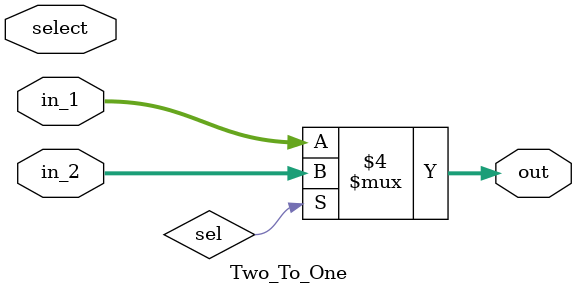
<source format=v>
`timescale 1ns / 1ns
module Two_To_One(
    select,
    out,
    in_1,
    in_2
);

input select;
input [31:0] in_1, in_2;
output reg [31:0] out;

always @(select, in_2, in_1)
	if (sel == 0)
		out <= in_1;
	else
		out <= in_2;




endmodule
</source>
